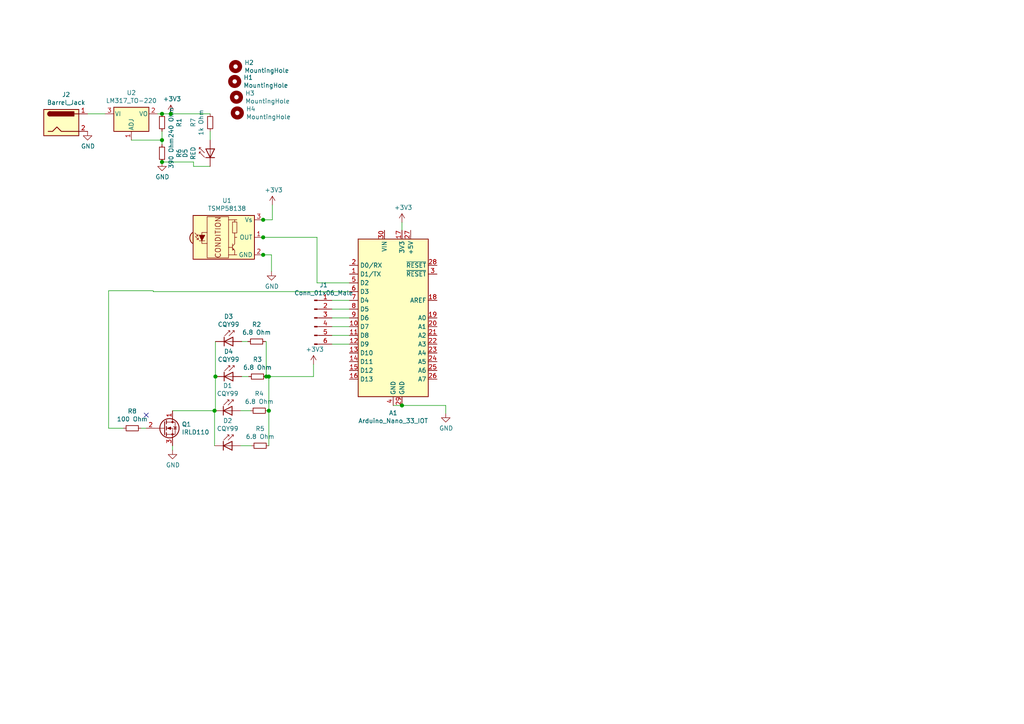
<source format=kicad_sch>
(kicad_sch (version 20210126) (generator eeschema)

  (paper "A4")

  (lib_symbols
    (symbol "Connector:Barrel_Jack" (pin_names (offset 1.016)) (in_bom yes) (on_board yes)
      (property "Reference" "J" (id 0) (at 0 5.334 0)
        (effects (font (size 1.27 1.27)))
      )
      (property "Value" "Barrel_Jack" (id 1) (at 0 -5.08 0)
        (effects (font (size 1.27 1.27)))
      )
      (property "Footprint" "" (id 2) (at 1.27 -1.016 0)
        (effects (font (size 1.27 1.27)) hide)
      )
      (property "Datasheet" "~" (id 3) (at 1.27 -1.016 0)
        (effects (font (size 1.27 1.27)) hide)
      )
      (property "ki_keywords" "DC power barrel jack connector" (id 4) (at 0 0 0)
        (effects (font (size 1.27 1.27)) hide)
      )
      (property "ki_description" "DC Barrel Jack" (id 5) (at 0 0 0)
        (effects (font (size 1.27 1.27)) hide)
      )
      (property "ki_fp_filters" "BarrelJack*" (id 6) (at 0 0 0)
        (effects (font (size 1.27 1.27)) hide)
      )
      (symbol "Barrel_Jack_0_1"
        (arc (start -3.302 3.175) (end -3.302 1.905) (radius (at -3.302 2.54) (length 0.635) (angles 90.1 -90.1))
          (stroke (width 0.254)) (fill (type outline))
        )
        (arc (start -3.302 3.175) (end -3.302 1.905) (radius (at -3.302 2.54) (length 0.635) (angles 90.1 -90.1))
          (stroke (width 0.254)) (fill (type none))
        )
        (rectangle (start -5.08 3.81) (end 5.08 -3.81)
          (stroke (width 0.254)) (fill (type background))
        )
        (rectangle (start 3.683 3.175) (end -3.302 1.905)
          (stroke (width 0.254)) (fill (type outline))
        )
        (polyline
          (pts
            (xy 5.08 2.54)
            (xy 3.81 2.54)
          )
          (stroke (width 0.254)) (fill (type none))
        )
        (polyline
          (pts
            (xy -3.81 -2.54)
            (xy -2.54 -2.54)
            (xy -1.27 -1.27)
            (xy 0 -2.54)
            (xy 2.54 -2.54)
            (xy 5.08 -2.54)
          )
          (stroke (width 0.254)) (fill (type none))
        )
      )
      (symbol "Barrel_Jack_1_1"
        (pin passive line (at 7.62 2.54 180) (length 2.54)
          (name "~" (effects (font (size 1.27 1.27))))
          (number "1" (effects (font (size 1.27 1.27))))
        )
        (pin passive line (at 7.62 -2.54 180) (length 2.54)
          (name "~" (effects (font (size 1.27 1.27))))
          (number "2" (effects (font (size 1.27 1.27))))
        )
      )
    )
    (symbol "Connector:Conn_01x06_Male" (pin_names (offset 1.016) hide) (in_bom yes) (on_board yes)
      (property "Reference" "J" (id 0) (at 0 7.62 0)
        (effects (font (size 1.27 1.27)))
      )
      (property "Value" "Conn_01x06_Male" (id 1) (at 0 -10.16 0)
        (effects (font (size 1.27 1.27)))
      )
      (property "Footprint" "" (id 2) (at 0 0 0)
        (effects (font (size 1.27 1.27)) hide)
      )
      (property "Datasheet" "~" (id 3) (at 0 0 0)
        (effects (font (size 1.27 1.27)) hide)
      )
      (property "ki_keywords" "connector" (id 4) (at 0 0 0)
        (effects (font (size 1.27 1.27)) hide)
      )
      (property "ki_description" "Generic connector, single row, 01x06, script generated (kicad-library-utils/schlib/autogen/connector/)" (id 5) (at 0 0 0)
        (effects (font (size 1.27 1.27)) hide)
      )
      (property "ki_fp_filters" "Connector*:*_1x??_*" (id 6) (at 0 0 0)
        (effects (font (size 1.27 1.27)) hide)
      )
      (symbol "Conn_01x06_Male_1_1"
        (rectangle (start 0.8636 -7.493) (end 0 -7.747)
          (stroke (width 0.1524)) (fill (type outline))
        )
        (rectangle (start 0.8636 -4.953) (end 0 -5.207)
          (stroke (width 0.1524)) (fill (type outline))
        )
        (rectangle (start 0.8636 -2.413) (end 0 -2.667)
          (stroke (width 0.1524)) (fill (type outline))
        )
        (rectangle (start 0.8636 0.127) (end 0 -0.127)
          (stroke (width 0.1524)) (fill (type outline))
        )
        (rectangle (start 0.8636 2.667) (end 0 2.413)
          (stroke (width 0.1524)) (fill (type outline))
        )
        (rectangle (start 0.8636 5.207) (end 0 4.953)
          (stroke (width 0.1524)) (fill (type outline))
        )
        (polyline
          (pts
            (xy 1.27 -7.62)
            (xy 0.8636 -7.62)
          )
          (stroke (width 0.1524)) (fill (type none))
        )
        (polyline
          (pts
            (xy 1.27 -5.08)
            (xy 0.8636 -5.08)
          )
          (stroke (width 0.1524)) (fill (type none))
        )
        (polyline
          (pts
            (xy 1.27 -2.54)
            (xy 0.8636 -2.54)
          )
          (stroke (width 0.1524)) (fill (type none))
        )
        (polyline
          (pts
            (xy 1.27 0)
            (xy 0.8636 0)
          )
          (stroke (width 0.1524)) (fill (type none))
        )
        (polyline
          (pts
            (xy 1.27 2.54)
            (xy 0.8636 2.54)
          )
          (stroke (width 0.1524)) (fill (type none))
        )
        (polyline
          (pts
            (xy 1.27 5.08)
            (xy 0.8636 5.08)
          )
          (stroke (width 0.1524)) (fill (type none))
        )
        (pin passive line (at 5.08 5.08 180) (length 3.81)
          (name "Pin_1" (effects (font (size 1.27 1.27))))
          (number "1" (effects (font (size 1.27 1.27))))
        )
        (pin passive line (at 5.08 2.54 180) (length 3.81)
          (name "Pin_2" (effects (font (size 1.27 1.27))))
          (number "2" (effects (font (size 1.27 1.27))))
        )
        (pin passive line (at 5.08 0 180) (length 3.81)
          (name "Pin_3" (effects (font (size 1.27 1.27))))
          (number "3" (effects (font (size 1.27 1.27))))
        )
        (pin passive line (at 5.08 -2.54 180) (length 3.81)
          (name "Pin_4" (effects (font (size 1.27 1.27))))
          (number "4" (effects (font (size 1.27 1.27))))
        )
        (pin passive line (at 5.08 -5.08 180) (length 3.81)
          (name "Pin_5" (effects (font (size 1.27 1.27))))
          (number "5" (effects (font (size 1.27 1.27))))
        )
        (pin passive line (at 5.08 -7.62 180) (length 3.81)
          (name "Pin_6" (effects (font (size 1.27 1.27))))
          (number "6" (effects (font (size 1.27 1.27))))
        )
      )
    )
    (symbol "Device:R_Small" (pin_numbers hide) (pin_names (offset 0.254) hide) (in_bom yes) (on_board yes)
      (property "Reference" "R" (id 0) (at 0.762 0.508 0)
        (effects (font (size 1.27 1.27)) (justify left))
      )
      (property "Value" "R_Small" (id 1) (at 0.762 -1.016 0)
        (effects (font (size 1.27 1.27)) (justify left))
      )
      (property "Footprint" "" (id 2) (at 0 0 0)
        (effects (font (size 1.27 1.27)) hide)
      )
      (property "Datasheet" "~" (id 3) (at 0 0 0)
        (effects (font (size 1.27 1.27)) hide)
      )
      (property "ki_keywords" "R resistor" (id 4) (at 0 0 0)
        (effects (font (size 1.27 1.27)) hide)
      )
      (property "ki_description" "Resistor, small symbol" (id 5) (at 0 0 0)
        (effects (font (size 1.27 1.27)) hide)
      )
      (property "ki_fp_filters" "R_*" (id 6) (at 0 0 0)
        (effects (font (size 1.27 1.27)) hide)
      )
      (symbol "R_Small_0_1"
        (rectangle (start -0.762 1.778) (end 0.762 -1.778)
          (stroke (width 0.2032)) (fill (type none))
        )
      )
      (symbol "R_Small_1_1"
        (pin passive line (at 0 2.54 270) (length 0.762)
          (name "~" (effects (font (size 1.27 1.27))))
          (number "1" (effects (font (size 1.27 1.27))))
        )
        (pin passive line (at 0 -2.54 90) (length 0.762)
          (name "~" (effects (font (size 1.27 1.27))))
          (number "2" (effects (font (size 1.27 1.27))))
        )
      )
    )
    (symbol "Interface_Optical:TSMP58138" (in_bom yes) (on_board yes)
      (property "Reference" "U" (id 0) (at -10.16 7.62 0)
        (effects (font (size 1.27 1.27)) (justify left))
      )
      (property "Value" "TSMP58138" (id 1) (at -10.16 -7.62 0)
        (effects (font (size 1.27 1.27)) (justify left))
      )
      (property "Footprint" "OptoDevice:Vishay_MINICAST-3Pin" (id 2) (at -1.27 -9.525 0)
        (effects (font (size 1.27 1.27)) hide)
      )
      (property "Datasheet" "http://www.vishay.com/docs/82486/tsmp58138.pdf" (id 3) (at 16.51 7.62 0)
        (effects (font (size 1.27 1.27)) hide)
      )
      (property "ki_keywords" "opto IR repeater receiver" (id 4) (at 0 0 0)
        (effects (font (size 1.27 1.27)) hide)
      )
      (property "ki_description" "Photo Module (Repeater) for PCM Remote Control Systems" (id 5) (at 0 0 0)
        (effects (font (size 1.27 1.27)) hide)
      )
      (property "ki_fp_filters" "Vishay*MINICAST*" (id 6) (at 0 0 0)
        (effects (font (size 1.27 1.27)) hide)
      )
      (symbol "TSMP58138_0_0"
        (arc (start -10.287 1.397) (end -10.287 -1.778) (radius (at -9.144 -0.1778) (length 1.9558) (angles 126 -125.5))
          (stroke (width 0.254)) (fill (type background))
        )
        (text "CONDITION" (at -2.921 0 900)
          (effects (font (size 1.524 1.524)))
        )
        (polyline
          (pts
            (xy 1.905 -5.08)
            (xy 0.127 -5.08)
          )
          (stroke (width 0)) (fill (type none))
        )
        (polyline
          (pts
            (xy 1.905 5.08)
            (xy 0.127 5.08)
          )
          (stroke (width 0)) (fill (type none))
        )
      )
      (symbol "TSMP58138_0_1"
        (rectangle (start -6.096 5.969) (end 0.127 -5.969)
          (stroke (width 0)) (fill (type none))
        )
        (rectangle (start 2.54 1.27) (end 1.27 4.445)
          (stroke (width 0)) (fill (type none))
        )
        (rectangle (start 7.62 6.35) (end -10.16 -6.35)
          (stroke (width 0.254)) (fill (type background))
        )
        (polyline
          (pts
            (xy -8.763 0.381)
            (xy -9.652 1.27)
          )
          (stroke (width 0)) (fill (type none))
        )
        (polyline
          (pts
            (xy -8.763 0.381)
            (xy -9.271 0.381)
          )
          (stroke (width 0)) (fill (type none))
        )
        (polyline
          (pts
            (xy -8.763 0.381)
            (xy -8.763 0.889)
          )
          (stroke (width 0)) (fill (type none))
        )
        (polyline
          (pts
            (xy -8.636 -0.635)
            (xy -9.525 0.254)
          )
          (stroke (width 0)) (fill (type none))
        )
        (polyline
          (pts
            (xy -8.636 -0.635)
            (xy -9.144 -0.635)
          )
          (stroke (width 0)) (fill (type none))
        )
        (polyline
          (pts
            (xy -8.636 -0.635)
            (xy -8.636 -0.127)
          )
          (stroke (width 0)) (fill (type none))
        )
        (polyline
          (pts
            (xy -8.382 -1.016)
            (xy -6.731 -1.016)
          )
          (stroke (width 0)) (fill (type none))
        )
        (polyline
          (pts
            (xy 1.27 -2.921)
            (xy 0.127 -2.921)
          )
          (stroke (width 0)) (fill (type none))
        )
        (polyline
          (pts
            (xy 1.27 -1.905)
            (xy 1.27 -3.81)
          )
          (stroke (width 0)) (fill (type none))
        )
        (polyline
          (pts
            (xy 1.397 -3.556)
            (xy 1.524 -3.556)
          )
          (stroke (width 0)) (fill (type none))
        )
        (polyline
          (pts
            (xy 1.651 -3.556)
            (xy 1.524 -3.556)
          )
          (stroke (width 0)) (fill (type none))
        )
        (polyline
          (pts
            (xy 1.651 -3.556)
            (xy 1.651 -3.302)
          )
          (stroke (width 0)) (fill (type none))
        )
        (polyline
          (pts
            (xy 1.905 0)
            (xy 1.905 1.27)
          )
          (stroke (width 0)) (fill (type none))
        )
        (polyline
          (pts
            (xy 1.905 4.445)
            (xy 1.905 5.08)
            (xy 2.54 5.08)
          )
          (stroke (width 0)) (fill (type none))
        )
        (polyline
          (pts
            (xy -8.382 0.635)
            (xy -6.731 0.635)
            (xy -7.62 -1.016)
            (xy -8.382 0.635)
          )
          (stroke (width 0)) (fill (type outline))
        )
        (polyline
          (pts
            (xy -6.096 1.397)
            (xy -7.62 1.397)
            (xy -7.62 -1.778)
            (xy -6.096 -1.778)
          )
          (stroke (width 0)) (fill (type none))
        )
        (polyline
          (pts
            (xy 1.27 -3.175)
            (xy 1.905 -3.81)
            (xy 1.905 -5.08)
            (xy 2.54 -5.08)
          )
          (stroke (width 0)) (fill (type none))
        )
        (polyline
          (pts
            (xy 1.27 -2.54)
            (xy 1.905 -1.905)
            (xy 1.905 0)
            (xy 2.54 0)
          )
          (stroke (width 0)) (fill (type none))
        )
      )
      (symbol "TSMP58138_1_1"
        (pin output line (at 10.16 0 180) (length 2.54)
          (name "OUT" (effects (font (size 1.27 1.27))))
          (number "1" (effects (font (size 1.27 1.27))))
        )
        (pin power_in line (at 10.16 -5.08 180) (length 2.54)
          (name "GND" (effects (font (size 1.27 1.27))))
          (number "2" (effects (font (size 1.27 1.27))))
        )
        (pin power_in line (at 10.16 5.08 180) (length 2.54)
          (name "Vs" (effects (font (size 1.27 1.27))))
          (number "3" (effects (font (size 1.27 1.27))))
        )
      )
    )
    (symbol "LED:CQY99" (pin_numbers hide) (pin_names (offset 1.016) hide) (in_bom yes) (on_board yes)
      (property "Reference" "D" (id 0) (at 0.508 1.778 0)
        (effects (font (size 1.27 1.27)) (justify left))
      )
      (property "Value" "CQY99" (id 1) (at -1.016 -2.794 0)
        (effects (font (size 1.27 1.27)))
      )
      (property "Footprint" "LED_THT:LED_D5.0mm_IRGrey" (id 2) (at 0 4.445 0)
        (effects (font (size 1.27 1.27)) hide)
      )
      (property "Datasheet" "https://www.prtice.info/IMG/pdf/CQY99.pdf" (id 3) (at -1.27 0 0)
        (effects (font (size 1.27 1.27)) hide)
      )
      (property "ki_keywords" "IR LED" (id 4) (at 0 0 0)
        (effects (font (size 1.27 1.27)) hide)
      )
      (property "ki_description" "950nm IR-LED, 5mm" (id 5) (at 0 0 0)
        (effects (font (size 1.27 1.27)) hide)
      )
      (property "ki_fp_filters" "LED*5.0mm*IRGrey*" (id 6) (at 0 0 0)
        (effects (font (size 1.27 1.27)) hide)
      )
      (symbol "CQY99_0_1"
        (polyline
          (pts
            (xy -2.54 1.27)
            (xy -2.54 -1.27)
          )
          (stroke (width 0.254)) (fill (type none))
        )
        (polyline
          (pts
            (xy 0 0)
            (xy -2.54 0)
          )
          (stroke (width 0)) (fill (type none))
        )
        (polyline
          (pts
            (xy 0.381 3.175)
            (xy -0.127 3.175)
          )
          (stroke (width 0)) (fill (type none))
        )
        (polyline
          (pts
            (xy -1.143 1.651)
            (xy 0.381 3.175)
            (xy 0.381 2.667)
          )
          (stroke (width 0)) (fill (type none))
        )
        (polyline
          (pts
            (xy 0 -1.27)
            (xy -2.54 0)
            (xy 0 1.27)
            (xy 0 -1.27)
          )
          (stroke (width 0.254)) (fill (type none))
        )
        (polyline
          (pts
            (xy -2.413 1.651)
            (xy -0.889 3.175)
            (xy -0.889 2.667)
            (xy -0.889 3.175)
            (xy -1.397 3.175)
          )
          (stroke (width 0)) (fill (type none))
        )
      )
      (symbol "CQY99_1_1"
        (pin passive line (at -5.08 0 0) (length 2.54)
          (name "K" (effects (font (size 1.27 1.27))))
          (number "1" (effects (font (size 1.27 1.27))))
        )
        (pin passive line (at 2.54 0 180) (length 2.54)
          (name "A" (effects (font (size 1.27 1.27))))
          (number "2" (effects (font (size 1.27 1.27))))
        )
      )
    )
    (symbol "MCU_Module:Arduino_Nano_v3.x" (in_bom yes) (on_board yes)
      (property "Reference" "A" (id 0) (at -10.16 23.495 0)
        (effects (font (size 1.27 1.27)) (justify left bottom))
      )
      (property "Value" "Arduino_Nano_v3.x" (id 1) (at 5.08 -24.13 0)
        (effects (font (size 1.27 1.27)) (justify left top))
      )
      (property "Footprint" "Module:Arduino_Nano" (id 2) (at 0 0 0)
        (effects (font (size 1.27 1.27) italic) hide)
      )
      (property "Datasheet" "http://www.mouser.com/pdfdocs/Gravitech_Arduino_Nano3_0.pdf" (id 3) (at 0 0 0)
        (effects (font (size 1.27 1.27)) hide)
      )
      (property "ki_keywords" "Arduino nano microcontroller module USB" (id 4) (at 0 0 0)
        (effects (font (size 1.27 1.27)) hide)
      )
      (property "ki_description" "Arduino Nano v3.x" (id 5) (at 0 0 0)
        (effects (font (size 1.27 1.27)) hide)
      )
      (property "ki_fp_filters" "Arduino*Nano*" (id 6) (at 0 0 0)
        (effects (font (size 1.27 1.27)) hide)
      )
      (symbol "Arduino_Nano_v3.x_0_1"
        (rectangle (start -10.16 22.86) (end 10.16 -22.86)
          (stroke (width 0.254)) (fill (type background))
        )
      )
      (symbol "Arduino_Nano_v3.x_1_1"
        (pin bidirectional line (at -12.7 12.7 0) (length 2.54)
          (name "D1/TX" (effects (font (size 1.27 1.27))))
          (number "1" (effects (font (size 1.27 1.27))))
        )
        (pin bidirectional line (at -12.7 -2.54 0) (length 2.54)
          (name "D7" (effects (font (size 1.27 1.27))))
          (number "10" (effects (font (size 1.27 1.27))))
        )
        (pin bidirectional line (at -12.7 -5.08 0) (length 2.54)
          (name "D8" (effects (font (size 1.27 1.27))))
          (number "11" (effects (font (size 1.27 1.27))))
        )
        (pin bidirectional line (at -12.7 -7.62 0) (length 2.54)
          (name "D9" (effects (font (size 1.27 1.27))))
          (number "12" (effects (font (size 1.27 1.27))))
        )
        (pin bidirectional line (at -12.7 -10.16 0) (length 2.54)
          (name "D10" (effects (font (size 1.27 1.27))))
          (number "13" (effects (font (size 1.27 1.27))))
        )
        (pin bidirectional line (at -12.7 -12.7 0) (length 2.54)
          (name "D11" (effects (font (size 1.27 1.27))))
          (number "14" (effects (font (size 1.27 1.27))))
        )
        (pin bidirectional line (at -12.7 -15.24 0) (length 2.54)
          (name "D12" (effects (font (size 1.27 1.27))))
          (number "15" (effects (font (size 1.27 1.27))))
        )
        (pin bidirectional line (at -12.7 -17.78 0) (length 2.54)
          (name "D13" (effects (font (size 1.27 1.27))))
          (number "16" (effects (font (size 1.27 1.27))))
        )
        (pin power_out line (at 2.54 25.4 270) (length 2.54)
          (name "3V3" (effects (font (size 1.27 1.27))))
          (number "17" (effects (font (size 1.27 1.27))))
        )
        (pin input line (at 12.7 5.08 180) (length 2.54)
          (name "AREF" (effects (font (size 1.27 1.27))))
          (number "18" (effects (font (size 1.27 1.27))))
        )
        (pin bidirectional line (at 12.7 0 180) (length 2.54)
          (name "A0" (effects (font (size 1.27 1.27))))
          (number "19" (effects (font (size 1.27 1.27))))
        )
        (pin bidirectional line (at -12.7 15.24 0) (length 2.54)
          (name "D0/RX" (effects (font (size 1.27 1.27))))
          (number "2" (effects (font (size 1.27 1.27))))
        )
        (pin bidirectional line (at 12.7 -2.54 180) (length 2.54)
          (name "A1" (effects (font (size 1.27 1.27))))
          (number "20" (effects (font (size 1.27 1.27))))
        )
        (pin bidirectional line (at 12.7 -5.08 180) (length 2.54)
          (name "A2" (effects (font (size 1.27 1.27))))
          (number "21" (effects (font (size 1.27 1.27))))
        )
        (pin bidirectional line (at 12.7 -7.62 180) (length 2.54)
          (name "A3" (effects (font (size 1.27 1.27))))
          (number "22" (effects (font (size 1.27 1.27))))
        )
        (pin bidirectional line (at 12.7 -10.16 180) (length 2.54)
          (name "A4" (effects (font (size 1.27 1.27))))
          (number "23" (effects (font (size 1.27 1.27))))
        )
        (pin bidirectional line (at 12.7 -12.7 180) (length 2.54)
          (name "A5" (effects (font (size 1.27 1.27))))
          (number "24" (effects (font (size 1.27 1.27))))
        )
        (pin bidirectional line (at 12.7 -15.24 180) (length 2.54)
          (name "A6" (effects (font (size 1.27 1.27))))
          (number "25" (effects (font (size 1.27 1.27))))
        )
        (pin bidirectional line (at 12.7 -17.78 180) (length 2.54)
          (name "A7" (effects (font (size 1.27 1.27))))
          (number "26" (effects (font (size 1.27 1.27))))
        )
        (pin power_out line (at 5.08 25.4 270) (length 2.54)
          (name "+5V" (effects (font (size 1.27 1.27))))
          (number "27" (effects (font (size 1.27 1.27))))
        )
        (pin input line (at 12.7 15.24 180) (length 2.54)
          (name "~RESET" (effects (font (size 1.27 1.27))))
          (number "28" (effects (font (size 1.27 1.27))))
        )
        (pin power_in line (at 2.54 -25.4 90) (length 2.54)
          (name "GND" (effects (font (size 1.27 1.27))))
          (number "29" (effects (font (size 1.27 1.27))))
        )
        (pin input line (at 12.7 12.7 180) (length 2.54)
          (name "~RESET" (effects (font (size 1.27 1.27))))
          (number "3" (effects (font (size 1.27 1.27))))
        )
        (pin power_in line (at -2.54 25.4 270) (length 2.54)
          (name "VIN" (effects (font (size 1.27 1.27))))
          (number "30" (effects (font (size 1.27 1.27))))
        )
        (pin power_in line (at 0 -25.4 90) (length 2.54)
          (name "GND" (effects (font (size 1.27 1.27))))
          (number "4" (effects (font (size 1.27 1.27))))
        )
        (pin bidirectional line (at -12.7 10.16 0) (length 2.54)
          (name "D2" (effects (font (size 1.27 1.27))))
          (number "5" (effects (font (size 1.27 1.27))))
        )
        (pin bidirectional line (at -12.7 7.62 0) (length 2.54)
          (name "D3" (effects (font (size 1.27 1.27))))
          (number "6" (effects (font (size 1.27 1.27))))
        )
        (pin bidirectional line (at -12.7 5.08 0) (length 2.54)
          (name "D4" (effects (font (size 1.27 1.27))))
          (number "7" (effects (font (size 1.27 1.27))))
        )
        (pin bidirectional line (at -12.7 2.54 0) (length 2.54)
          (name "D5" (effects (font (size 1.27 1.27))))
          (number "8" (effects (font (size 1.27 1.27))))
        )
        (pin bidirectional line (at -12.7 0 0) (length 2.54)
          (name "D6" (effects (font (size 1.27 1.27))))
          (number "9" (effects (font (size 1.27 1.27))))
        )
      )
    )
    (symbol "Mechanical:MountingHole" (pin_names (offset 1.016)) (in_bom yes) (on_board yes)
      (property "Reference" "H" (id 0) (at 0 5.08 0)
        (effects (font (size 1.27 1.27)))
      )
      (property "Value" "MountingHole" (id 1) (at 0 3.175 0)
        (effects (font (size 1.27 1.27)))
      )
      (property "Footprint" "" (id 2) (at 0 0 0)
        (effects (font (size 1.27 1.27)) hide)
      )
      (property "Datasheet" "~" (id 3) (at 0 0 0)
        (effects (font (size 1.27 1.27)) hide)
      )
      (property "ki_keywords" "mounting hole" (id 4) (at 0 0 0)
        (effects (font (size 1.27 1.27)) hide)
      )
      (property "ki_description" "Mounting Hole without connection" (id 5) (at 0 0 0)
        (effects (font (size 1.27 1.27)) hide)
      )
      (property "ki_fp_filters" "MountingHole*" (id 6) (at 0 0 0)
        (effects (font (size 1.27 1.27)) hide)
      )
      (symbol "MountingHole_0_1"
        (circle (center 0 0) (radius 1.27) (stroke (width 1.27)) (fill (type none)))
      )
    )
    (symbol "Regulator_Linear:LM317_TO-220" (pin_names (offset 0.254)) (in_bom yes) (on_board yes)
      (property "Reference" "U" (id 0) (at -3.81 3.175 0)
        (effects (font (size 1.27 1.27)))
      )
      (property "Value" "LM317_TO-220" (id 1) (at 0 3.175 0)
        (effects (font (size 1.27 1.27)) (justify left))
      )
      (property "Footprint" "Package_TO_SOT_THT:TO-220-3_Vertical" (id 2) (at 0 6.35 0)
        (effects (font (size 1.27 1.27) italic) hide)
      )
      (property "Datasheet" "http://www.ti.com/lit/ds/symlink/lm317.pdf" (id 3) (at 0 0 0)
        (effects (font (size 1.27 1.27)) hide)
      )
      (property "ki_keywords" "Adjustable Voltage Regulator 1A Positive" (id 4) (at 0 0 0)
        (effects (font (size 1.27 1.27)) hide)
      )
      (property "ki_description" "1.5A 35V Adjustable Linear Regulator, TO-220" (id 5) (at 0 0 0)
        (effects (font (size 1.27 1.27)) hide)
      )
      (property "ki_fp_filters" "TO?220*" (id 6) (at 0 0 0)
        (effects (font (size 1.27 1.27)) hide)
      )
      (symbol "LM317_TO-220_0_1"
        (rectangle (start -5.08 1.905) (end 5.08 -5.08)
          (stroke (width 0.254)) (fill (type background))
        )
      )
      (symbol "LM317_TO-220_1_1"
        (pin input line (at 0 -7.62 90) (length 2.54)
          (name "ADJ" (effects (font (size 1.27 1.27))))
          (number "1" (effects (font (size 1.27 1.27))))
        )
        (pin power_out line (at 7.62 0 180) (length 2.54)
          (name "VO" (effects (font (size 1.27 1.27))))
          (number "2" (effects (font (size 1.27 1.27))))
        )
        (pin power_in line (at -7.62 0 0) (length 2.54)
          (name "VI" (effects (font (size 1.27 1.27))))
          (number "3" (effects (font (size 1.27 1.27))))
        )
      )
    )
    (symbol "Transistor_FET:IRF6628" (pin_names hide) (in_bom yes) (on_board yes)
      (property "Reference" "Q" (id 0) (at 5.08 1.905 0)
        (effects (font (size 1.27 1.27)) (justify left))
      )
      (property "Value" "IRF6628" (id 1) (at 5.08 0 0)
        (effects (font (size 1.27 1.27)) (justify left))
      )
      (property "Footprint" "Package_DirectFET:DirectFET_MX" (id 2) (at 0 0 0)
        (effects (font (size 1.27 1.27) italic) hide)
      )
      (property "Datasheet" "https://www.infineon.com/dgdl/irf6628pbf.pdf?fileId=5546d462533600a4015355e8c0d71a33" (id 3) (at 0 0 0)
        (effects (font (size 1.27 1.27)) (justify left) hide)
      )
      (property "ki_keywords" "N-Channel MOSFET" (id 4) (at 0 0 0)
        (effects (font (size 1.27 1.27)) hide)
      )
      (property "ki_description" "27A Id, 25V Vds, 2.5mOhm Rds, N-Channel MOSFET, DirectFET MX" (id 5) (at 0 0 0)
        (effects (font (size 1.27 1.27)) hide)
      )
      (property "ki_fp_filters" "DirectFET*MX*" (id 6) (at 0 0 0)
        (effects (font (size 1.27 1.27)) hide)
      )
      (symbol "IRF6628_0_1"
        (circle (center 1.651 0) (radius 2.794) (stroke (width 0.254)) (fill (type none)))
        (circle (center 2.54 -1.778) (radius 0.254) (stroke (width 0)) (fill (type outline)))
        (circle (center 2.54 1.778) (radius 0.254) (stroke (width 0)) (fill (type outline)))
        (polyline
          (pts
            (xy 0.254 0)
            (xy -2.54 0)
          )
          (stroke (width 0)) (fill (type none))
        )
        (polyline
          (pts
            (xy 0.254 1.905)
            (xy 0.254 -1.905)
          )
          (stroke (width 0.254)) (fill (type none))
        )
        (polyline
          (pts
            (xy 0.762 -1.27)
            (xy 0.762 -2.286)
          )
          (stroke (width 0.254)) (fill (type none))
        )
        (polyline
          (pts
            (xy 0.762 0.508)
            (xy 0.762 -0.508)
          )
          (stroke (width 0.254)) (fill (type none))
        )
        (polyline
          (pts
            (xy 0.762 2.286)
            (xy 0.762 1.27)
          )
          (stroke (width 0.254)) (fill (type none))
        )
        (polyline
          (pts
            (xy 2.54 2.54)
            (xy 2.54 1.778)
          )
          (stroke (width 0)) (fill (type none))
        )
        (polyline
          (pts
            (xy 2.54 -2.54)
            (xy 2.54 0)
            (xy 0.762 0)
          )
          (stroke (width 0)) (fill (type none))
        )
        (polyline
          (pts
            (xy 0.762 -1.778)
            (xy 3.302 -1.778)
            (xy 3.302 1.778)
            (xy 0.762 1.778)
          )
          (stroke (width 0)) (fill (type none))
        )
        (polyline
          (pts
            (xy 1.016 0)
            (xy 2.032 0.381)
            (xy 2.032 -0.381)
            (xy 1.016 0)
          )
          (stroke (width 0)) (fill (type outline))
        )
        (polyline
          (pts
            (xy 2.794 0.508)
            (xy 2.921 0.381)
            (xy 3.683 0.381)
            (xy 3.81 0.254)
          )
          (stroke (width 0)) (fill (type none))
        )
        (polyline
          (pts
            (xy 3.302 0.381)
            (xy 2.921 -0.254)
            (xy 3.683 -0.254)
            (xy 3.302 0.381)
          )
          (stroke (width 0)) (fill (type none))
        )
      )
      (symbol "IRF6628_1_1"
        (pin passive line (at 2.54 5.08 270) (length 2.54)
          (name "D" (effects (font (size 1.27 1.27))))
          (number "1" (effects (font (size 1.27 1.27))))
        )
        (pin input line (at -5.08 0 0) (length 2.54)
          (name "G" (effects (font (size 1.27 1.27))))
          (number "2" (effects (font (size 1.27 1.27))))
        )
        (pin passive line (at 2.54 -5.08 90) (length 2.54)
          (name "S" (effects (font (size 1.27 1.27))))
          (number "3" (effects (font (size 1.27 1.27))))
        )
      )
    )
    (symbol "power:+3V3" (power) (pin_names (offset 0)) (in_bom yes) (on_board yes)
      (property "Reference" "#PWR" (id 0) (at 0 -3.81 0)
        (effects (font (size 1.27 1.27)) hide)
      )
      (property "Value" "+3V3" (id 1) (at 0 3.556 0)
        (effects (font (size 1.27 1.27)))
      )
      (property "Footprint" "" (id 2) (at 0 0 0)
        (effects (font (size 1.27 1.27)) hide)
      )
      (property "Datasheet" "" (id 3) (at 0 0 0)
        (effects (font (size 1.27 1.27)) hide)
      )
      (property "ki_keywords" "power-flag" (id 4) (at 0 0 0)
        (effects (font (size 1.27 1.27)) hide)
      )
      (property "ki_description" "Power symbol creates a global label with name \"+3V3\"" (id 5) (at 0 0 0)
        (effects (font (size 1.27 1.27)) hide)
      )
      (symbol "+3V3_0_1"
        (polyline
          (pts
            (xy -0.762 1.27)
            (xy 0 2.54)
          )
          (stroke (width 0)) (fill (type none))
        )
        (polyline
          (pts
            (xy 0 0)
            (xy 0 2.54)
          )
          (stroke (width 0)) (fill (type none))
        )
        (polyline
          (pts
            (xy 0 2.54)
            (xy 0.762 1.27)
          )
          (stroke (width 0)) (fill (type none))
        )
      )
      (symbol "+3V3_1_1"
        (pin power_in line (at 0 0 90) (length 0) hide
          (name "+3V3" (effects (font (size 1.27 1.27))))
          (number "1" (effects (font (size 1.27 1.27))))
        )
      )
    )
    (symbol "power:GND" (power) (pin_names (offset 0)) (in_bom yes) (on_board yes)
      (property "Reference" "#PWR" (id 0) (at 0 -6.35 0)
        (effects (font (size 1.27 1.27)) hide)
      )
      (property "Value" "GND" (id 1) (at 0 -3.81 0)
        (effects (font (size 1.27 1.27)))
      )
      (property "Footprint" "" (id 2) (at 0 0 0)
        (effects (font (size 1.27 1.27)) hide)
      )
      (property "Datasheet" "" (id 3) (at 0 0 0)
        (effects (font (size 1.27 1.27)) hide)
      )
      (property "ki_keywords" "power-flag" (id 4) (at 0 0 0)
        (effects (font (size 1.27 1.27)) hide)
      )
      (property "ki_description" "Power symbol creates a global label with name \"GND\" , ground" (id 5) (at 0 0 0)
        (effects (font (size 1.27 1.27)) hide)
      )
      (symbol "GND_0_1"
        (polyline
          (pts
            (xy 0 0)
            (xy 0 -1.27)
            (xy 1.27 -1.27)
            (xy 0 -2.54)
            (xy -1.27 -1.27)
            (xy 0 -1.27)
          )
          (stroke (width 0)) (fill (type none))
        )
      )
      (symbol "GND_1_1"
        (pin power_in line (at 0 0 270) (length 0) hide
          (name "GND" (effects (font (size 1.27 1.27))))
          (number "1" (effects (font (size 1.27 1.27))))
        )
      )
    )
  )

  (junction (at 46.99 33.02) (diameter 1.016) (color 0 0 0 0))
  (junction (at 46.99 40.64) (diameter 1.016) (color 0 0 0 0))
  (junction (at 46.99 46.99) (diameter 1.016) (color 0 0 0 0))
  (junction (at 49.53 33.02) (diameter 1.016) (color 0 0 0 0))
  (junction (at 62.23 119.126) (diameter 1.016) (color 0 0 0 0))
  (junction (at 62.484 109.22) (diameter 1.016) (color 0 0 0 0))
  (junction (at 76.327 63.754) (diameter 1.016) (color 0 0 0 0))
  (junction (at 76.327 68.834) (diameter 1.016) (color 0 0 0 0))
  (junction (at 76.327 73.914) (diameter 1.016) (color 0 0 0 0))
  (junction (at 77.216 109.22) (diameter 1.016) (color 0 0 0 0))
  (junction (at 77.978 109.22) (diameter 1.016) (color 0 0 0 0))
  (junction (at 77.978 119.126) (diameter 1.016) (color 0 0 0 0))
  (junction (at 116.586 117.602) (diameter 1.016) (color 0 0 0 0))

  (no_connect (at 42.418 120.396) (uuid d9309509-9aed-4fc7-a66a-1827de0e5668))

  (wire (pts (xy 25.4 33.02) (xy 30.48 33.02))
    (stroke (width 0) (type solid) (color 0 0 0 0))
    (uuid 9848e8fd-8d5a-4835-9ccb-bab4b24f6166)
  )
  (wire (pts (xy 31.496 84.328) (xy 31.496 124.206))
    (stroke (width 0) (type solid) (color 0 0 0 0))
    (uuid 39fb44a3-3000-4de3-9e89-57d6f4d282dd)
  )
  (wire (pts (xy 31.496 84.328) (xy 44.45 84.328))
    (stroke (width 0) (type solid) (color 0 0 0 0))
    (uuid 79aabd99-00b8-4bd8-9759-4ecf2fd73d4a)
  )
  (wire (pts (xy 31.496 124.206) (xy 35.814 124.206))
    (stroke (width 0) (type solid) (color 0 0 0 0))
    (uuid 038d89ab-7378-4cb0-98e0-e3b1d48bd920)
  )
  (wire (pts (xy 38.1 40.64) (xy 46.99 40.64))
    (stroke (width 0) (type solid) (color 0 0 0 0))
    (uuid 4ac61738-0144-421c-a4d7-d41d910db3cd)
  )
  (wire (pts (xy 40.894 124.206) (xy 42.418 124.206))
    (stroke (width 0) (type solid) (color 0 0 0 0))
    (uuid 1140177e-5e38-4de4-a8b2-d9a21ce20c21)
  )
  (wire (pts (xy 44.45 84.328) (xy 44.45 84.582))
    (stroke (width 0) (type solid) (color 0 0 0 0))
    (uuid 44165969-c676-45f7-8aea-b9d9abd5842b)
  )
  (wire (pts (xy 45.72 33.02) (xy 46.99 33.02))
    (stroke (width 0) (type solid) (color 0 0 0 0))
    (uuid 8bba8ff4-722f-4586-999f-4edfb98af9aa)
  )
  (wire (pts (xy 46.99 33.02) (xy 49.53 33.02))
    (stroke (width 0) (type solid) (color 0 0 0 0))
    (uuid 8bba8ff4-722f-4586-999f-4edfb98af9aa)
  )
  (wire (pts (xy 46.99 40.64) (xy 46.99 38.1))
    (stroke (width 0) (type solid) (color 0 0 0 0))
    (uuid 4ac61738-0144-421c-a4d7-d41d910db3cd)
  )
  (wire (pts (xy 46.99 40.64) (xy 46.99 41.91))
    (stroke (width 0) (type solid) (color 0 0 0 0))
    (uuid c151a340-afad-41b0-bc62-107af5ad5336)
  )
  (wire (pts (xy 46.99 46.99) (xy 56.134 46.99))
    (stroke (width 0) (type solid) (color 0 0 0 0))
    (uuid 6b7cf238-0ed4-46b6-b8e5-d7eec8272e1f)
  )
  (wire (pts (xy 49.53 33.02) (xy 60.96 33.02))
    (stroke (width 0) (type solid) (color 0 0 0 0))
    (uuid 4cfa6c6d-a8c8-43c4-9dd6-c262002bbcca)
  )
  (wire (pts (xy 50.038 119.126) (xy 62.23 119.126))
    (stroke (width 0) (type solid) (color 0 0 0 0))
    (uuid a27d1a24-01ee-41aa-84d5-e96ec5d84d1e)
  )
  (wire (pts (xy 50.038 129.286) (xy 50.038 130.556))
    (stroke (width 0) (type solid) (color 0 0 0 0))
    (uuid 27716a44-5b9f-4e65-aa57-d3085155ceed)
  )
  (wire (pts (xy 56.134 46.99) (xy 56.134 48.26))
    (stroke (width 0) (type solid) (color 0 0 0 0))
    (uuid 6b7cf238-0ed4-46b6-b8e5-d7eec8272e1f)
  )
  (wire (pts (xy 56.134 48.26) (xy 60.96 48.26))
    (stroke (width 0) (type solid) (color 0 0 0 0))
    (uuid 6b7cf238-0ed4-46b6-b8e5-d7eec8272e1f)
  )
  (wire (pts (xy 60.96 38.1) (xy 60.96 40.64))
    (stroke (width 0) (type solid) (color 0 0 0 0))
    (uuid df3c7991-c6df-4658-bb6e-638127d0c18e)
  )
  (wire (pts (xy 62.23 119.126) (xy 62.23 129.286))
    (stroke (width 0) (type solid) (color 0 0 0 0))
    (uuid 8d858944-a89b-4fb4-8e41-639f46aa8fb4)
  )
  (wire (pts (xy 62.484 99.06) (xy 62.484 109.22))
    (stroke (width 0) (type solid) (color 0 0 0 0))
    (uuid 768429d3-905c-428a-93e8-6c76c3c8bae0)
  )
  (wire (pts (xy 62.484 109.22) (xy 62.484 119.126))
    (stroke (width 0) (type solid) (color 0 0 0 0))
    (uuid 3c3dc736-9d2c-4021-963b-f8985c63364f)
  )
  (wire (pts (xy 62.484 119.126) (xy 62.23 119.126))
    (stroke (width 0) (type solid) (color 0 0 0 0))
    (uuid a722a180-0e8a-49f4-bdc9-517857797673)
  )
  (wire (pts (xy 69.85 119.126) (xy 72.644 119.126))
    (stroke (width 0) (type solid) (color 0 0 0 0))
    (uuid 5ba96420-98f0-4c8a-8b31-0afae1abab86)
  )
  (wire (pts (xy 69.85 129.286) (xy 72.898 129.286))
    (stroke (width 0) (type solid) (color 0 0 0 0))
    (uuid 7c801fda-ff20-4f27-aadf-f6ac1aa1fb4f)
  )
  (wire (pts (xy 70.104 99.06) (xy 71.882 99.06))
    (stroke (width 0) (type solid) (color 0 0 0 0))
    (uuid 6bd92f42-3fbb-48c5-81ed-8b7314656163)
  )
  (wire (pts (xy 70.104 109.22) (xy 72.136 109.22))
    (stroke (width 0) (type solid) (color 0 0 0 0))
    (uuid 9afce9dc-c9f8-4c6f-a18f-f58d53f53147)
  )
  (wire (pts (xy 76.2 63.754) (xy 76.327 63.754))
    (stroke (width 0) (type solid) (color 0 0 0 0))
    (uuid f62937ce-cdb2-462b-ab7c-542ca4888164)
  )
  (wire (pts (xy 76.2 73.914) (xy 76.327 73.914))
    (stroke (width 0) (type solid) (color 0 0 0 0))
    (uuid b8205adb-61e5-4b5f-b250-735e90f24ebd)
  )
  (wire (pts (xy 76.327 63.754) (xy 78.994 63.754))
    (stroke (width 0) (type solid) (color 0 0 0 0))
    (uuid f62937ce-cdb2-462b-ab7c-542ca4888164)
  )
  (wire (pts (xy 76.327 68.834) (xy 76.2 68.834))
    (stroke (width 0) (type solid) (color 0 0 0 0))
    (uuid 2fdf00ea-11e0-48a2-b8e1-ec6591e0212f)
  )
  (wire (pts (xy 76.327 73.914) (xy 78.74 73.914))
    (stroke (width 0) (type solid) (color 0 0 0 0))
    (uuid b8205adb-61e5-4b5f-b250-735e90f24ebd)
  )
  (wire (pts (xy 77.216 99.06) (xy 76.962 99.06))
    (stroke (width 0) (type solid) (color 0 0 0 0))
    (uuid b8faf600-ca10-4f91-9141-4d189f15cef3)
  )
  (wire (pts (xy 77.216 109.22) (xy 77.216 99.06))
    (stroke (width 0) (type solid) (color 0 0 0 0))
    (uuid 97eb216c-45ef-4f51-a77a-53c61e51bea7)
  )
  (wire (pts (xy 77.216 109.22) (xy 77.978 109.22))
    (stroke (width 0) (type solid) (color 0 0 0 0))
    (uuid 6d9b2dc2-9596-468e-8ba1-97ee633cb6ee)
  )
  (wire (pts (xy 77.978 109.22) (xy 90.932 109.22))
    (stroke (width 0) (type solid) (color 0 0 0 0))
    (uuid ff56c9f5-9b9d-4510-9ba6-cad743e1b0a8)
  )
  (wire (pts (xy 77.978 119.126) (xy 77.724 119.126))
    (stroke (width 0) (type solid) (color 0 0 0 0))
    (uuid ed26a863-3527-4f79-a37f-c1330225db80)
  )
  (wire (pts (xy 77.978 119.126) (xy 77.978 109.22))
    (stroke (width 0) (type solid) (color 0 0 0 0))
    (uuid b4b857be-8dcc-43ee-8a80-ab4832340486)
  )
  (wire (pts (xy 77.978 129.286) (xy 77.978 119.126))
    (stroke (width 0) (type solid) (color 0 0 0 0))
    (uuid 50c1cac5-2615-404c-86d0-fa897dbec061)
  )
  (wire (pts (xy 78.74 73.914) (xy 78.74 78.74))
    (stroke (width 0) (type solid) (color 0 0 0 0))
    (uuid 7af25e3c-c84f-4466-add5-17c9ba50d8a7)
  )
  (wire (pts (xy 78.994 59.436) (xy 78.994 63.754))
    (stroke (width 0) (type solid) (color 0 0 0 0))
    (uuid 560740b0-7c1e-4328-adfe-a9ce7e73922a)
  )
  (wire (pts (xy 90.932 105.664) (xy 90.932 109.22))
    (stroke (width 0) (type solid) (color 0 0 0 0))
    (uuid d5e32e6d-53ca-4c20-b70b-bfb885bc4d0d)
  )
  (wire (pts (xy 91.948 68.834) (xy 76.327 68.834))
    (stroke (width 0) (type solid) (color 0 0 0 0))
    (uuid 2fdf00ea-11e0-48a2-b8e1-ec6591e0212f)
  )
  (wire (pts (xy 91.948 82.042) (xy 91.948 68.834))
    (stroke (width 0) (type solid) (color 0 0 0 0))
    (uuid 5c6329b9-3118-4de3-91c0-a8a22b6cce38)
  )
  (wire (pts (xy 91.948 82.042) (xy 101.346 82.042))
    (stroke (width 0) (type solid) (color 0 0 0 0))
    (uuid b5a3f939-f390-435c-8327-7a77dbb618e9)
  )
  (wire (pts (xy 96.266 87.122) (xy 101.346 87.122))
    (stroke (width 0) (type solid) (color 0 0 0 0))
    (uuid 63c7d79b-7e9a-4910-a54e-86e8a599762b)
  )
  (wire (pts (xy 96.266 89.662) (xy 101.346 89.662))
    (stroke (width 0) (type solid) (color 0 0 0 0))
    (uuid 2e9becf9-564c-4ae2-8019-81d42f576c79)
  )
  (wire (pts (xy 96.266 92.202) (xy 101.346 92.202))
    (stroke (width 0) (type solid) (color 0 0 0 0))
    (uuid 1cc477ad-ec8e-4355-a19a-8fc6ae777eb0)
  )
  (wire (pts (xy 96.266 94.742) (xy 101.346 94.742))
    (stroke (width 0) (type solid) (color 0 0 0 0))
    (uuid daf06f7f-9a37-4cdc-a12f-609a4bfa9e4a)
  )
  (wire (pts (xy 96.266 97.282) (xy 101.346 97.282))
    (stroke (width 0) (type solid) (color 0 0 0 0))
    (uuid 28132e83-af0f-4bfc-aecf-2d1233470818)
  )
  (wire (pts (xy 96.266 99.822) (xy 101.346 99.822))
    (stroke (width 0) (type solid) (color 0 0 0 0))
    (uuid 3277adc3-f7bb-44d4-88f8-ba07280fd4e6)
  )
  (wire (pts (xy 101.346 84.582) (xy 44.45 84.582))
    (stroke (width 0) (type solid) (color 0 0 0 0))
    (uuid db549741-7776-4e16-b8ba-172e9827ec47)
  )
  (wire (pts (xy 114.046 117.602) (xy 116.586 117.602))
    (stroke (width 0) (type solid) (color 0 0 0 0))
    (uuid 63ed6cea-5270-4646-937d-9680f16131cb)
  )
  (wire (pts (xy 116.586 64.516) (xy 116.586 66.802))
    (stroke (width 0) (type solid) (color 0 0 0 0))
    (uuid b8a6ed4c-ef1f-400a-9fae-71b6a65a9b11)
  )
  (wire (pts (xy 116.586 117.602) (xy 129.286 117.602))
    (stroke (width 0) (type solid) (color 0 0 0 0))
    (uuid 1d0414a5-14bf-48d3-9079-01e2f859815b)
  )
  (wire (pts (xy 129.286 117.602) (xy 129.286 119.888))
    (stroke (width 0) (type solid) (color 0 0 0 0))
    (uuid 1d0414a5-14bf-48d3-9079-01e2f859815b)
  )

  (symbol (lib_id "power:+3V3") (at 49.53 33.02 0) (unit 1)
    (in_bom yes) (on_board yes)
    (uuid 68739db2-30d3-4256-b77f-08057c970963)
    (property "Reference" "#PWR0107" (id 0) (at 49.53 36.83 0)
      (effects (font (size 1.27 1.27)) hide)
    )
    (property "Value" "+3V3" (id 1) (at 49.8983 28.6956 0))
    (property "Footprint" "" (id 2) (at 49.53 33.02 0)
      (effects (font (size 1.27 1.27)) hide)
    )
    (property "Datasheet" "" (id 3) (at 49.53 33.02 0)
      (effects (font (size 1.27 1.27)) hide)
    )
    (pin "1" (uuid e002ba6b-2099-43f6-bfc1-cb85fe7475b5))
  )

  (symbol (lib_id "power:+3V3") (at 78.994 59.436 0) (unit 1)
    (in_bom yes) (on_board yes)
    (uuid 57c61bca-9dd5-4c42-8355-f0b6ebef7067)
    (property "Reference" "#PWR0103" (id 0) (at 78.994 63.246 0)
      (effects (font (size 1.27 1.27)) hide)
    )
    (property "Value" "+3V3" (id 1) (at 79.3623 55.1116 0))
    (property "Footprint" "" (id 2) (at 78.994 59.436 0)
      (effects (font (size 1.27 1.27)) hide)
    )
    (property "Datasheet" "" (id 3) (at 78.994 59.436 0)
      (effects (font (size 1.27 1.27)) hide)
    )
    (pin "1" (uuid 8baa7f29-356c-4e76-9d1e-31fe0fe723a4))
  )

  (symbol (lib_id "power:+3V3") (at 90.932 105.664 0) (unit 1)
    (in_bom yes) (on_board yes)
    (uuid d4b6e300-1766-44cb-9d80-a4f2eb3adb5c)
    (property "Reference" "#PWR0104" (id 0) (at 90.932 109.474 0)
      (effects (font (size 1.27 1.27)) hide)
    )
    (property "Value" "+3V3" (id 1) (at 91.3003 101.3396 0))
    (property "Footprint" "" (id 2) (at 90.932 105.664 0)
      (effects (font (size 1.27 1.27)) hide)
    )
    (property "Datasheet" "" (id 3) (at 90.932 105.664 0)
      (effects (font (size 1.27 1.27)) hide)
    )
    (pin "1" (uuid c7a23647-65d9-4594-9dfa-0f82face681a))
  )

  (symbol (lib_id "power:+3V3") (at 116.586 64.516 0) (unit 1)
    (in_bom yes) (on_board yes)
    (uuid a13b6dde-cab0-44a1-8169-6d32bd73a4ce)
    (property "Reference" "#PWR0101" (id 0) (at 116.586 68.326 0)
      (effects (font (size 1.27 1.27)) hide)
    )
    (property "Value" "+3V3" (id 1) (at 116.9543 60.1916 0))
    (property "Footprint" "" (id 2) (at 116.586 64.516 0)
      (effects (font (size 1.27 1.27)) hide)
    )
    (property "Datasheet" "" (id 3) (at 116.586 64.516 0)
      (effects (font (size 1.27 1.27)) hide)
    )
    (pin "1" (uuid c199457e-94a5-4191-816c-402a2e1a3cf7))
  )

  (symbol (lib_id "power:GND") (at 25.4 38.1 0) (unit 1)
    (in_bom yes) (on_board yes)
    (uuid 4597fb99-1032-4d2c-aaff-412368e55e83)
    (property "Reference" "#PWR0106" (id 0) (at 25.4 44.45 0)
      (effects (font (size 1.27 1.27)) hide)
    )
    (property "Value" "GND" (id 1) (at 25.5143 42.4244 0))
    (property "Footprint" "" (id 2) (at 25.4 38.1 0)
      (effects (font (size 1.27 1.27)) hide)
    )
    (property "Datasheet" "" (id 3) (at 25.4 38.1 0)
      (effects (font (size 1.27 1.27)) hide)
    )
    (pin "1" (uuid df15fe56-9173-4894-9566-b3a3f37d89fe))
  )

  (symbol (lib_id "power:GND") (at 46.99 46.99 0) (unit 1)
    (in_bom yes) (on_board yes)
    (uuid 2c6c89b9-2ef0-40fc-909d-1dda0477153e)
    (property "Reference" "#PWR0108" (id 0) (at 46.99 53.34 0)
      (effects (font (size 1.27 1.27)) hide)
    )
    (property "Value" "GND" (id 1) (at 47.1043 51.3144 0))
    (property "Footprint" "" (id 2) (at 46.99 46.99 0)
      (effects (font (size 1.27 1.27)) hide)
    )
    (property "Datasheet" "" (id 3) (at 46.99 46.99 0)
      (effects (font (size 1.27 1.27)) hide)
    )
    (pin "1" (uuid 7aed5fb9-ca31-48b3-bf71-835cf73994be))
  )

  (symbol (lib_id "power:GND") (at 50.038 130.556 0) (unit 1)
    (in_bom yes) (on_board yes)
    (uuid 2cfba83f-8995-4449-a30e-fcdd1482edc8)
    (property "Reference" "#PWR0105" (id 0) (at 50.038 136.906 0)
      (effects (font (size 1.27 1.27)) hide)
    )
    (property "Value" "GND" (id 1) (at 50.1523 134.8804 0))
    (property "Footprint" "" (id 2) (at 50.038 130.556 0)
      (effects (font (size 1.27 1.27)) hide)
    )
    (property "Datasheet" "" (id 3) (at 50.038 130.556 0)
      (effects (font (size 1.27 1.27)) hide)
    )
    (pin "1" (uuid 31519ea0-3e99-434a-a40b-d49d5dd62ec6))
  )

  (symbol (lib_id "power:GND") (at 78.74 78.74 0) (unit 1)
    (in_bom yes) (on_board yes)
    (uuid c9316687-caf1-4312-aca1-6a4b755cdccc)
    (property "Reference" "#PWR0102" (id 0) (at 78.74 85.09 0)
      (effects (font (size 1.27 1.27)) hide)
    )
    (property "Value" "GND" (id 1) (at 78.8543 83.0644 0))
    (property "Footprint" "" (id 2) (at 78.74 78.74 0)
      (effects (font (size 1.27 1.27)) hide)
    )
    (property "Datasheet" "" (id 3) (at 78.74 78.74 0)
      (effects (font (size 1.27 1.27)) hide)
    )
    (pin "1" (uuid e94561b8-56fb-415a-a7b8-6a423d57b3ca))
  )

  (symbol (lib_id "power:GND") (at 129.286 119.888 0) (unit 1)
    (in_bom yes) (on_board yes)
    (uuid a27b854f-ca29-448e-926c-a4dc2e0f218c)
    (property "Reference" "#PWR0109" (id 0) (at 129.286 126.238 0)
      (effects (font (size 1.27 1.27)) hide)
    )
    (property "Value" "GND" (id 1) (at 129.4003 124.2124 0))
    (property "Footprint" "" (id 2) (at 129.286 119.888 0)
      (effects (font (size 1.27 1.27)) hide)
    )
    (property "Datasheet" "" (id 3) (at 129.286 119.888 0)
      (effects (font (size 1.27 1.27)) hide)
    )
    (pin "1" (uuid c2835f79-0afc-46c4-bb31-d63008375496))
  )

  (symbol (lib_id "Device:R_Small") (at 38.354 124.206 90) (unit 1)
    (in_bom yes) (on_board yes)
    (uuid 6ad0c0d3-12e6-4097-a0eb-f71af9f3adda)
    (property "Reference" "R8" (id 0) (at 38.354 119.2592 90))
    (property "Value" "100 Ohm" (id 1) (at 38.354 121.5579 90))
    (property "Footprint" "Resistor_THT:R_Axial_DIN0207_L6.3mm_D2.5mm_P10.16mm_Horizontal" (id 2) (at 71.374 140.716 90)
      (effects (font (size 1.27 1.27)) hide)
    )
    (property "Datasheet" "~" (id 3) (at 38.354 124.206 0)
      (effects (font (size 1.27 1.27)) hide)
    )
    (pin "1" (uuid 5f4323cf-52ee-4b98-be82-9d8ab43b62ff))
    (pin "2" (uuid 0b449b4c-d2ea-4c5b-b65f-375a4daa1ebb))
  )

  (symbol (lib_id "Device:R_Small") (at 46.99 35.56 0) (unit 1)
    (in_bom yes) (on_board yes)
    (uuid 53ed2c73-2a6f-46aa-8d84-b1529b6762a3)
    (property "Reference" "R1" (id 0) (at 51.9368 35.56 90))
    (property "Value" "240 Ohm" (id 1) (at 49.638 35.56 90))
    (property "Footprint" "Resistor_THT:R_Axial_DIN0411_L9.9mm_D3.6mm_P15.24mm_Horizontal" (id 2) (at 46.99 35.56 0)
      (effects (font (size 1.27 1.27)) hide)
    )
    (property "Datasheet" "~" (id 3) (at 46.99 35.56 0)
      (effects (font (size 1.27 1.27)) hide)
    )
    (pin "1" (uuid 8f45eb7e-ac83-4f2e-9f83-7b7163caaa36))
    (pin "2" (uuid b111a8e3-1b4f-440d-8e6e-91742acc959b))
  )

  (symbol (lib_id "Device:R_Small") (at 46.99 44.45 0) (unit 1)
    (in_bom yes) (on_board yes)
    (uuid fc753504-bcfc-452a-a4a3-20213b60da1e)
    (property "Reference" "R6" (id 0) (at 51.9368 44.45 90))
    (property "Value" "390 Ohm" (id 1) (at 49.638 44.45 90))
    (property "Footprint" "Resistor_THT:R_Axial_DIN0411_L9.9mm_D3.6mm_P15.24mm_Horizontal" (id 2) (at 46.99 44.45 0)
      (effects (font (size 1.27 1.27)) hide)
    )
    (property "Datasheet" "~" (id 3) (at 46.99 44.45 0)
      (effects (font (size 1.27 1.27)) hide)
    )
    (pin "1" (uuid 13ad2ffb-6e52-41d4-90fb-2ee71f7366b4))
    (pin "2" (uuid c7467498-1ba3-412e-bc83-372a2602f1bc))
  )

  (symbol (lib_id "Device:R_Small") (at 60.96 35.56 180) (unit 1)
    (in_bom yes) (on_board yes)
    (uuid 737bd4d0-0e75-4206-b16e-087dbe8c1492)
    (property "Reference" "R7" (id 0) (at 56.0132 35.56 90))
    (property "Value" "1k Ohm" (id 1) (at 58.312 35.56 90))
    (property "Footprint" "Resistor_THT:R_Axial_DIN0411_L9.9mm_D3.6mm_P15.24mm_Horizontal" (id 2) (at 60.96 35.56 0)
      (effects (font (size 1.27 1.27)) hide)
    )
    (property "Datasheet" "~" (id 3) (at 60.96 35.56 0)
      (effects (font (size 1.27 1.27)) hide)
    )
    (pin "1" (uuid 08ddd378-ad44-49d0-b6c6-60f89110743e))
    (pin "2" (uuid f9c78105-1223-40a0-9b71-53f2e35e2e83))
  )

  (symbol (lib_id "Device:R_Small") (at 74.422 99.06 90) (unit 1)
    (in_bom yes) (on_board yes)
    (uuid bcdb27fc-0d51-46d9-88bc-53e94c41e180)
    (property "Reference" "R2" (id 0) (at 74.422 94.1132 90))
    (property "Value" "6.8 Ohm" (id 1) (at 74.422 96.412 90))
    (property "Footprint" "Resistor_THT:R_Axial_DIN0411_L9.9mm_D3.6mm_P15.24mm_Horizontal" (id 2) (at 74.422 99.06 0)
      (effects (font (size 1.27 1.27)) hide)
    )
    (property "Datasheet" "~" (id 3) (at 74.422 99.06 0)
      (effects (font (size 1.27 1.27)) hide)
    )
    (pin "1" (uuid 06735b2f-b86a-4a0c-94dc-c2cd064e2959))
    (pin "2" (uuid bbcc3e35-5cd5-42c4-bc2a-2f526b8bbde9))
  )

  (symbol (lib_id "Device:R_Small") (at 74.676 109.22 90) (unit 1)
    (in_bom yes) (on_board yes)
    (uuid a76db696-bc03-44c0-9c52-b951a2780140)
    (property "Reference" "R3" (id 0) (at 74.676 104.2732 90))
    (property "Value" "6.8 Ohm" (id 1) (at 74.676 106.5719 90))
    (property "Footprint" "Resistor_THT:R_Axial_DIN0411_L9.9mm_D3.6mm_P15.24mm_Horizontal" (id 2) (at 74.676 109.22 0)
      (effects (font (size 1.27 1.27)) hide)
    )
    (property "Datasheet" "~" (id 3) (at 74.676 109.22 0)
      (effects (font (size 1.27 1.27)) hide)
    )
    (pin "1" (uuid e73fbfc1-8669-4b45-a83b-0b6dab1bc1c8))
    (pin "2" (uuid daf53f9d-ac6c-482e-a657-799ff4992aac))
  )

  (symbol (lib_id "Device:R_Small") (at 75.184 119.126 90) (unit 1)
    (in_bom yes) (on_board yes)
    (uuid 45f3664b-2dc1-45d1-87e9-4d4f3a16a2ca)
    (property "Reference" "R4" (id 0) (at 75.184 114.1792 90))
    (property "Value" "6.8 Ohm" (id 1) (at 75.184 116.4779 90))
    (property "Footprint" "Resistor_THT:R_Axial_DIN0411_L9.9mm_D3.6mm_P15.24mm_Horizontal" (id 2) (at 75.184 119.126 0)
      (effects (font (size 1.27 1.27)) hide)
    )
    (property "Datasheet" "~" (id 3) (at 75.184 119.126 0)
      (effects (font (size 1.27 1.27)) hide)
    )
    (pin "1" (uuid 51b47bce-aa57-4727-a7f9-d9788d3e6834))
    (pin "2" (uuid b2daf495-b6fa-4050-a416-8e42ce578eab))
  )

  (symbol (lib_id "Device:R_Small") (at 75.438 129.286 90) (unit 1)
    (in_bom yes) (on_board yes)
    (uuid 945394cc-ab28-48ae-b41e-954be5c1670a)
    (property "Reference" "R5" (id 0) (at 75.438 124.3392 90))
    (property "Value" "6.8 Ohm" (id 1) (at 75.438 126.6379 90))
    (property "Footprint" "Resistor_THT:R_Axial_DIN0411_L9.9mm_D3.6mm_P15.24mm_Horizontal" (id 2) (at 75.438 129.286 0)
      (effects (font (size 1.27 1.27)) hide)
    )
    (property "Datasheet" "~" (id 3) (at 75.438 129.286 0)
      (effects (font (size 1.27 1.27)) hide)
    )
    (pin "1" (uuid 28eabac5-824a-429d-af9a-cf746ff5173f))
    (pin "2" (uuid 5ed96832-0b73-4a9a-8a9a-5f7119372aa1))
  )

  (symbol (lib_id "Mechanical:MountingHole") (at 68.072 23.622 0) (unit 1)
    (in_bom yes) (on_board yes)
    (uuid d5b52bc9-aff6-48b7-a6f1-dc177f86857d)
    (property "Reference" "H1" (id 0) (at 70.6121 22.4726 0)
      (effects (font (size 1.27 1.27)) (justify left))
    )
    (property "Value" "MountingHole" (id 1) (at 70.6121 24.7713 0)
      (effects (font (size 1.27 1.27)) (justify left))
    )
    (property "Footprint" "MountingHole:MountingHole_3.2mm_M3" (id 2) (at 68.072 23.622 0)
      (effects (font (size 1.27 1.27)) hide)
    )
    (property "Datasheet" "~" (id 3) (at 68.072 23.622 0)
      (effects (font (size 1.27 1.27)) hide)
    )
  )

  (symbol (lib_id "Mechanical:MountingHole") (at 68.326 19.304 0) (unit 1)
    (in_bom yes) (on_board yes)
    (uuid 001b001f-0d41-45f5-81aa-391d362783f5)
    (property "Reference" "H2" (id 0) (at 70.8661 18.1546 0)
      (effects (font (size 1.27 1.27)) (justify left))
    )
    (property "Value" "MountingHole" (id 1) (at 70.8661 20.4533 0)
      (effects (font (size 1.27 1.27)) (justify left))
    )
    (property "Footprint" "MountingHole:MountingHole_3.2mm_M3" (id 2) (at 68.326 19.304 0)
      (effects (font (size 1.27 1.27)) hide)
    )
    (property "Datasheet" "~" (id 3) (at 68.326 19.304 0)
      (effects (font (size 1.27 1.27)) hide)
    )
  )

  (symbol (lib_id "Mechanical:MountingHole") (at 68.58 28.194 0) (unit 1)
    (in_bom yes) (on_board yes)
    (uuid 0c16257e-f3df-45e5-96f0-42119d29fa22)
    (property "Reference" "H3" (id 0) (at 71.1201 27.0446 0)
      (effects (font (size 1.27 1.27)) (justify left))
    )
    (property "Value" "MountingHole" (id 1) (at 71.1201 29.3433 0)
      (effects (font (size 1.27 1.27)) (justify left))
    )
    (property "Footprint" "MountingHole:MountingHole_3.2mm_M3" (id 2) (at 68.58 28.194 0)
      (effects (font (size 1.27 1.27)) hide)
    )
    (property "Datasheet" "~" (id 3) (at 68.58 28.194 0)
      (effects (font (size 1.27 1.27)) hide)
    )
  )

  (symbol (lib_id "Mechanical:MountingHole") (at 68.834 32.766 0) (unit 1)
    (in_bom yes) (on_board yes)
    (uuid c278ad83-fc2f-4f56-9e1b-e7a617b8e198)
    (property "Reference" "H4" (id 0) (at 71.3741 31.6166 0)
      (effects (font (size 1.27 1.27)) (justify left))
    )
    (property "Value" "MountingHole" (id 1) (at 71.3741 33.9153 0)
      (effects (font (size 1.27 1.27)) (justify left))
    )
    (property "Footprint" "MountingHole:MountingHole_3.2mm_M3" (id 2) (at 68.834 32.766 0)
      (effects (font (size 1.27 1.27)) hide)
    )
    (property "Datasheet" "~" (id 3) (at 68.834 32.766 0)
      (effects (font (size 1.27 1.27)) hide)
    )
  )

  (symbol (lib_id "LED:CQY99") (at 60.96 43.18 90) (unit 1)
    (in_bom yes) (on_board yes)
    (uuid dc891035-af40-46dc-b23f-18d16b51a0f9)
    (property "Reference" "D5" (id 0) (at 53.7018 44.45 0))
    (property "Value" "RED" (id 1) (at 56.0005 44.45 0))
    (property "Footprint" "LED_THT:LED_D5.0mm_IRGrey" (id 2) (at 56.515 43.18 0)
      (effects (font (size 1.27 1.27)) hide)
    )
    (property "Datasheet" "https://www.prtice.info/IMG/pdf/CQY99.pdf" (id 3) (at 60.96 44.45 0)
      (effects (font (size 1.27 1.27)) hide)
    )
    (pin "1" (uuid ede7d0d4-6fb7-41ff-8ee3-a404c39b9a52))
    (pin "2" (uuid 446fba50-49f7-473f-ae35-7c3d97953437))
  )

  (symbol (lib_id "LED:CQY99") (at 67.31 119.126 0) (unit 1)
    (in_bom yes) (on_board yes)
    (uuid 2e5492bb-22f1-433a-8725-065a945c3187)
    (property "Reference" "D1" (id 0) (at 66.04 111.8678 0))
    (property "Value" "CQY99" (id 1) (at 66.04 114.1665 0))
    (property "Footprint" "LED_THT:LED_D5.0mm_IRGrey" (id 2) (at 67.31 114.681 0)
      (effects (font (size 1.27 1.27)) hide)
    )
    (property "Datasheet" "https://www.prtice.info/IMG/pdf/CQY99.pdf" (id 3) (at 66.04 119.126 0)
      (effects (font (size 1.27 1.27)) hide)
    )
    (pin "1" (uuid 5d019d2f-4286-47d6-b922-1d6655ebbde9))
    (pin "2" (uuid 86f05012-1965-4f47-a4db-64b3ccb6eb47))
  )

  (symbol (lib_id "LED:CQY99") (at 67.31 129.286 0) (unit 1)
    (in_bom yes) (on_board yes)
    (uuid 08c123a3-9656-4bf4-9092-a6d4273577b3)
    (property "Reference" "D2" (id 0) (at 66.04 122.0278 0))
    (property "Value" "CQY99" (id 1) (at 66.04 124.3265 0))
    (property "Footprint" "LED_THT:LED_D5.0mm_IRGrey" (id 2) (at 67.31 124.841 0)
      (effects (font (size 1.27 1.27)) hide)
    )
    (property "Datasheet" "https://www.prtice.info/IMG/pdf/CQY99.pdf" (id 3) (at 66.04 129.286 0)
      (effects (font (size 1.27 1.27)) hide)
    )
    (pin "1" (uuid c8301662-67d7-4c61-9cee-ed875ececc50))
    (pin "2" (uuid bbbe69ba-f86e-4899-aa3d-c171f95466bd))
  )

  (symbol (lib_id "LED:CQY99") (at 67.564 99.06 0) (unit 1)
    (in_bom yes) (on_board yes)
    (uuid 1f961c95-5241-4f72-962e-e97bb03ff420)
    (property "Reference" "D3" (id 0) (at 66.294 91.8018 0))
    (property "Value" "CQY99" (id 1) (at 66.294 94.1005 0))
    (property "Footprint" "LED_THT:LED_D5.0mm_IRGrey" (id 2) (at 67.564 94.615 0)
      (effects (font (size 1.27 1.27)) hide)
    )
    (property "Datasheet" "https://www.prtice.info/IMG/pdf/CQY99.pdf" (id 3) (at 66.294 99.06 0)
      (effects (font (size 1.27 1.27)) hide)
    )
    (pin "1" (uuid 6fa17586-f224-4fea-a513-2c0e1e32bb0c))
    (pin "2" (uuid 4ee75a64-930f-40b8-b347-88b04ec98f70))
  )

  (symbol (lib_id "LED:CQY99") (at 67.564 109.22 0) (unit 1)
    (in_bom yes) (on_board yes)
    (uuid 0bf330d7-165a-4bf0-85dd-659258dde583)
    (property "Reference" "D4" (id 0) (at 66.294 101.9618 0))
    (property "Value" "CQY99" (id 1) (at 66.294 104.2605 0))
    (property "Footprint" "LED_THT:LED_D5.0mm_IRGrey" (id 2) (at 67.564 104.775 0)
      (effects (font (size 1.27 1.27)) hide)
    )
    (property "Datasheet" "https://www.prtice.info/IMG/pdf/CQY99.pdf" (id 3) (at 66.294 109.22 0)
      (effects (font (size 1.27 1.27)) hide)
    )
    (pin "1" (uuid 92286591-8290-4094-9061-b45ebc016328))
    (pin "2" (uuid a5815957-c671-4b9f-a16a-7a3341355184))
  )

  (symbol (lib_id "Connector:Conn_01x06_Male") (at 91.186 92.202 0) (unit 1)
    (in_bom yes) (on_board yes)
    (uuid 47669784-7e20-4e4c-9bbf-eab02bcfc20f)
    (property "Reference" "J1" (id 0) (at 93.8784 82.6578 0))
    (property "Value" "Conn_01x06_Male" (id 1) (at 93.8784 84.9565 0))
    (property "Footprint" "Connector_Phoenix_MSTB:PhoenixContact_MSTBA_2,5_6-G-5,08_1x06_P5.08mm_Horizontal" (id 2) (at 91.186 92.202 0)
      (effects (font (size 1.27 1.27)) hide)
    )
    (property "Datasheet" "~" (id 3) (at 91.186 92.202 0)
      (effects (font (size 1.27 1.27)) hide)
    )
    (pin "1" (uuid 4f06fe50-ff55-4aba-b5f8-3137d46d27d7))
    (pin "2" (uuid a22a3c6b-b19b-465a-b0fa-b806e3c87dad))
    (pin "3" (uuid 79b84c32-6a6b-4868-b28e-68100026dc4c))
    (pin "4" (uuid 0f7deb4b-bd8f-4aab-bbb8-b9392df1a247))
    (pin "5" (uuid e082b35f-b9a2-48ec-88be-416b55875a1b))
    (pin "6" (uuid 42c924e0-2bf3-4cf3-a734-35fd0cf2c0dd))
  )

  (symbol (lib_id "Connector:Barrel_Jack") (at 17.78 35.56 0) (unit 1)
    (in_bom yes) (on_board yes)
    (uuid 26014ed9-397e-48f1-924f-d4acd12ee4aa)
    (property "Reference" "J2" (id 0) (at 19.177 27.4382 0))
    (property "Value" "Barrel_Jack" (id 1) (at 19.177 29.7369 0))
    (property "Footprint" "Connector_BarrelJack:BarrelJack_Horizontal" (id 2) (at 19.05 36.576 0)
      (effects (font (size 1.27 1.27)) hide)
    )
    (property "Datasheet" "~" (id 3) (at 19.05 36.576 0)
      (effects (font (size 1.27 1.27)) hide)
    )
    (pin "1" (uuid cc6066ed-22e8-4b6f-ab0a-229a8ec72853))
    (pin "2" (uuid 6ecbb58d-a0fc-46cc-8a87-77f27d2c5d29))
  )

  (symbol (lib_id "Transistor_FET:IRF6628") (at 47.498 124.206 0) (unit 1)
    (in_bom yes) (on_board yes)
    (uuid 2106f9cb-1b18-4606-a700-ebbc86de99ba)
    (property "Reference" "Q1" (id 0) (at 52.7051 123.0566 0)
      (effects (font (size 1.27 1.27)) (justify left))
    )
    (property "Value" "IRLD110" (id 1) (at 52.7051 125.3553 0)
      (effects (font (size 1.27 1.27)) (justify left))
    )
    (property "Footprint" "Kittle:IRLD110" (id 2) (at 47.498 124.206 0)
      (effects (font (size 1.27 1.27) italic) hide)
    )
    (property "Datasheet" "https://www.infineon.com/dgdl/irf6628pbf.pdf?fileId=5546d462533600a4015355e8c0d71a33" (id 3) (at 47.498 124.206 0)
      (effects (font (size 1.27 1.27)) (justify left) hide)
    )
    (pin "1" (uuid 8de9e056-1279-4b93-a45c-d63b8d5c4352))
    (pin "2" (uuid 531338ad-7547-4d8f-a2b0-6cdda92e1745))
    (pin "3" (uuid 64f7e9d3-9533-4aac-ae23-934c561195f9))
  )

  (symbol (lib_id "Regulator_Linear:LM317_TO-220") (at 38.1 33.02 0) (unit 1)
    (in_bom yes) (on_board yes)
    (uuid 74835ee1-e8ae-43ae-a826-6e2708240081)
    (property "Reference" "U2" (id 0) (at 38.1 26.9048 0))
    (property "Value" "LM317_TO-220" (id 1) (at 38.1 29.2035 0))
    (property "Footprint" "Package_TO_SOT_THT:TO-220-3_Vertical" (id 2) (at 38.1 26.67 0)
      (effects (font (size 1.27 1.27) italic) hide)
    )
    (property "Datasheet" "http://www.ti.com/lit/ds/symlink/lm317.pdf" (id 3) (at 38.1 33.02 0)
      (effects (font (size 1.27 1.27)) hide)
    )
    (pin "1" (uuid 97ec932f-0bac-4487-a9b6-1c4d0f37107b))
    (pin "2" (uuid 99f4e191-0402-4039-9976-e56715b2a100))
    (pin "3" (uuid 69bd6e0e-c7de-4a7f-a248-700ade876225))
  )

  (symbol (lib_id "Interface_Optical:TSMP58138") (at 66.167 68.834 0) (unit 1)
    (in_bom yes) (on_board yes)
    (uuid 027bcf59-8d5a-4d08-8a8a-5022cc2f1fd0)
    (property "Reference" "U1" (id 0) (at 65.8241 58.1722 0))
    (property "Value" "TSMP58138" (id 1) (at 65.8241 60.4709 0))
    (property "Footprint" "OptoDevice:Vishay_MINICAST-3Pin" (id 2) (at 64.897 78.359 0)
      (effects (font (size 1.27 1.27)) hide)
    )
    (property "Datasheet" "http://www.vishay.com/docs/82486/tsmp58138.pdf" (id 3) (at 82.677 61.214 0)
      (effects (font (size 1.27 1.27)) hide)
    )
    (pin "1" (uuid e08735c3-e202-405e-b083-0055c97036a5))
    (pin "2" (uuid 4b2f3f2f-2d97-4027-b0de-22fa179b4e97))
    (pin "3" (uuid 86183883-c8f4-41ad-95bc-e6aa342c2a58))
  )

  (symbol (lib_id "MCU_Module:Arduino_Nano_v3.x") (at 114.046 92.202 0) (unit 1)
    (in_bom yes) (on_board yes)
    (uuid 58c44560-8fcb-4dec-9356-c984a8c175cb)
    (property "Reference" "A1" (id 0) (at 114.046 119.7674 0))
    (property "Value" "Arduino_Nano_33_IOT" (id 1) (at 114.046 122.066 0))
    (property "Footprint" "Module:Arduino_Nano" (id 2) (at 114.046 92.202 0)
      (effects (font (size 1.27 1.27) italic) hide)
    )
    (property "Datasheet" "http://www.mouser.com/pdfdocs/Gravitech_Arduino_Nano3_0.pdf" (id 3) (at 114.046 92.202 0)
      (effects (font (size 1.27 1.27)) hide)
    )
    (pin "1" (uuid 9c5933ed-86db-415d-8443-211eb186d76c))
    (pin "10" (uuid b727f6cc-06f7-48f1-9e40-190e3e62075e))
    (pin "11" (uuid 42e19be5-7a2d-4b6f-8777-03156832d68d))
    (pin "12" (uuid 2e436d3d-0986-4167-9fb5-aed56f8badef))
    (pin "13" (uuid 886b89b7-0f1d-4f63-9cbf-ee4ffe2a4401))
    (pin "14" (uuid 021055ba-042f-485b-bc20-ef3e89fd8711))
    (pin "15" (uuid b7bdf92c-c047-4082-83df-ba5e06ab2fa9))
    (pin "16" (uuid 80023ba8-2307-40c8-9c12-8e33e240d202))
    (pin "17" (uuid c374eaf4-8264-4e88-a6bb-cd876d0d3d5a))
    (pin "18" (uuid 1d446454-89d2-4292-98e0-28bd33eb7248))
    (pin "19" (uuid 0091054b-8750-4869-aff7-d5194338050f))
    (pin "2" (uuid 23e27b31-cbc4-4f4a-b27d-e7a79c8ae567))
    (pin "20" (uuid 86814159-040d-40af-89b7-aab1135a4b7f))
    (pin "21" (uuid 123e8be8-1c1b-4ea8-9d0e-54fe99c4fa0c))
    (pin "22" (uuid 84fdc87c-b213-46e7-a362-2df940e30870))
    (pin "23" (uuid b470b738-e8b3-4aac-ac91-0ee9d21622e5))
    (pin "24" (uuid dc997502-4ef5-460a-85bc-015280ecc01c))
    (pin "25" (uuid f22724be-6456-47c1-9aae-002732c37d3d))
    (pin "26" (uuid 85e85669-0942-47ab-82ab-c27c88b2c6d9))
    (pin "27" (uuid 2f3d49a2-688f-47d2-b729-e5b43ea87bdd))
    (pin "28" (uuid c081d99f-8c68-437d-9089-a540d57a5f49))
    (pin "29" (uuid 50e564b0-d008-493a-9590-6bc56ff7be39))
    (pin "3" (uuid 1ba6f3f3-86b9-433a-aad1-55335a30d97d))
    (pin "30" (uuid f9b93450-e150-47a7-b636-b9f7d8dcb6eb))
    (pin "4" (uuid da522cc7-12f8-49cf-84a4-05982d397b59))
    (pin "5" (uuid 52f742d5-fb36-405f-be22-92b05786dfbe))
    (pin "6" (uuid 77da2682-bb46-4c81-b87d-6eb73878f754))
    (pin "7" (uuid 3e8493f5-0bbb-4a33-a48a-4fa21b73c6b6))
    (pin "8" (uuid 74d10321-b17b-4a07-9c3a-4c26ff14f348))
    (pin "9" (uuid 9abf63ce-c6be-412e-a6eb-9ed5d5f41777))
  )

  (sheet_instances
    (path "/" (page "1"))
  )

  (symbol_instances
    (path "/a13b6dde-cab0-44a1-8169-6d32bd73a4ce"
      (reference "#PWR0101") (unit 1) (value "+3V3") (footprint "")
    )
    (path "/c9316687-caf1-4312-aca1-6a4b755cdccc"
      (reference "#PWR0102") (unit 1) (value "GND") (footprint "")
    )
    (path "/57c61bca-9dd5-4c42-8355-f0b6ebef7067"
      (reference "#PWR0103") (unit 1) (value "+3V3") (footprint "")
    )
    (path "/d4b6e300-1766-44cb-9d80-a4f2eb3adb5c"
      (reference "#PWR0104") (unit 1) (value "+3V3") (footprint "")
    )
    (path "/2cfba83f-8995-4449-a30e-fcdd1482edc8"
      (reference "#PWR0105") (unit 1) (value "GND") (footprint "")
    )
    (path "/4597fb99-1032-4d2c-aaff-412368e55e83"
      (reference "#PWR0106") (unit 1) (value "GND") (footprint "")
    )
    (path "/68739db2-30d3-4256-b77f-08057c970963"
      (reference "#PWR0107") (unit 1) (value "+3V3") (footprint "")
    )
    (path "/2c6c89b9-2ef0-40fc-909d-1dda0477153e"
      (reference "#PWR0108") (unit 1) (value "GND") (footprint "")
    )
    (path "/a27b854f-ca29-448e-926c-a4dc2e0f218c"
      (reference "#PWR0109") (unit 1) (value "GND") (footprint "")
    )
    (path "/58c44560-8fcb-4dec-9356-c984a8c175cb"
      (reference "A1") (unit 1) (value "Arduino_Nano_33_IOT") (footprint "Module:Arduino_Nano")
    )
    (path "/2e5492bb-22f1-433a-8725-065a945c3187"
      (reference "D1") (unit 1) (value "CQY99") (footprint "LED_THT:LED_D5.0mm_IRGrey")
    )
    (path "/08c123a3-9656-4bf4-9092-a6d4273577b3"
      (reference "D2") (unit 1) (value "CQY99") (footprint "LED_THT:LED_D5.0mm_IRGrey")
    )
    (path "/1f961c95-5241-4f72-962e-e97bb03ff420"
      (reference "D3") (unit 1) (value "CQY99") (footprint "LED_THT:LED_D5.0mm_IRGrey")
    )
    (path "/0bf330d7-165a-4bf0-85dd-659258dde583"
      (reference "D4") (unit 1) (value "CQY99") (footprint "LED_THT:LED_D5.0mm_IRGrey")
    )
    (path "/dc891035-af40-46dc-b23f-18d16b51a0f9"
      (reference "D5") (unit 1) (value "RED") (footprint "LED_THT:LED_D5.0mm_IRGrey")
    )
    (path "/d5b52bc9-aff6-48b7-a6f1-dc177f86857d"
      (reference "H1") (unit 1) (value "MountingHole") (footprint "MountingHole:MountingHole_3.2mm_M3")
    )
    (path "/001b001f-0d41-45f5-81aa-391d362783f5"
      (reference "H2") (unit 1) (value "MountingHole") (footprint "MountingHole:MountingHole_3.2mm_M3")
    )
    (path "/0c16257e-f3df-45e5-96f0-42119d29fa22"
      (reference "H3") (unit 1) (value "MountingHole") (footprint "MountingHole:MountingHole_3.2mm_M3")
    )
    (path "/c278ad83-fc2f-4f56-9e1b-e7a617b8e198"
      (reference "H4") (unit 1) (value "MountingHole") (footprint "MountingHole:MountingHole_3.2mm_M3")
    )
    (path "/47669784-7e20-4e4c-9bbf-eab02bcfc20f"
      (reference "J1") (unit 1) (value "Conn_01x06_Male") (footprint "Connector_Phoenix_MSTB:PhoenixContact_MSTBA_2,5_6-G-5,08_1x06_P5.08mm_Horizontal")
    )
    (path "/26014ed9-397e-48f1-924f-d4acd12ee4aa"
      (reference "J2") (unit 1) (value "Barrel_Jack") (footprint "Connector_BarrelJack:BarrelJack_Horizontal")
    )
    (path "/2106f9cb-1b18-4606-a700-ebbc86de99ba"
      (reference "Q1") (unit 1) (value "IRLD110") (footprint "Kittle:IRLD110")
    )
    (path "/53ed2c73-2a6f-46aa-8d84-b1529b6762a3"
      (reference "R1") (unit 1) (value "240 Ohm") (footprint "Resistor_THT:R_Axial_DIN0411_L9.9mm_D3.6mm_P15.24mm_Horizontal")
    )
    (path "/bcdb27fc-0d51-46d9-88bc-53e94c41e180"
      (reference "R2") (unit 1) (value "6.8 Ohm") (footprint "Resistor_THT:R_Axial_DIN0411_L9.9mm_D3.6mm_P15.24mm_Horizontal")
    )
    (path "/a76db696-bc03-44c0-9c52-b951a2780140"
      (reference "R3") (unit 1) (value "6.8 Ohm") (footprint "Resistor_THT:R_Axial_DIN0411_L9.9mm_D3.6mm_P15.24mm_Horizontal")
    )
    (path "/45f3664b-2dc1-45d1-87e9-4d4f3a16a2ca"
      (reference "R4") (unit 1) (value "6.8 Ohm") (footprint "Resistor_THT:R_Axial_DIN0411_L9.9mm_D3.6mm_P15.24mm_Horizontal")
    )
    (path "/945394cc-ab28-48ae-b41e-954be5c1670a"
      (reference "R5") (unit 1) (value "6.8 Ohm") (footprint "Resistor_THT:R_Axial_DIN0411_L9.9mm_D3.6mm_P15.24mm_Horizontal")
    )
    (path "/fc753504-bcfc-452a-a4a3-20213b60da1e"
      (reference "R6") (unit 1) (value "390 Ohm") (footprint "Resistor_THT:R_Axial_DIN0411_L9.9mm_D3.6mm_P15.24mm_Horizontal")
    )
    (path "/737bd4d0-0e75-4206-b16e-087dbe8c1492"
      (reference "R7") (unit 1) (value "1k Ohm") (footprint "Resistor_THT:R_Axial_DIN0411_L9.9mm_D3.6mm_P15.24mm_Horizontal")
    )
    (path "/6ad0c0d3-12e6-4097-a0eb-f71af9f3adda"
      (reference "R8") (unit 1) (value "100 Ohm") (footprint "Resistor_THT:R_Axial_DIN0207_L6.3mm_D2.5mm_P10.16mm_Horizontal")
    )
    (path "/027bcf59-8d5a-4d08-8a8a-5022cc2f1fd0"
      (reference "U1") (unit 1) (value "TSMP58138") (footprint "OptoDevice:Vishay_MINICAST-3Pin")
    )
    (path "/74835ee1-e8ae-43ae-a826-6e2708240081"
      (reference "U2") (unit 1) (value "LM317_TO-220") (footprint "Package_TO_SOT_THT:TO-220-3_Vertical")
    )
  )
)

</source>
